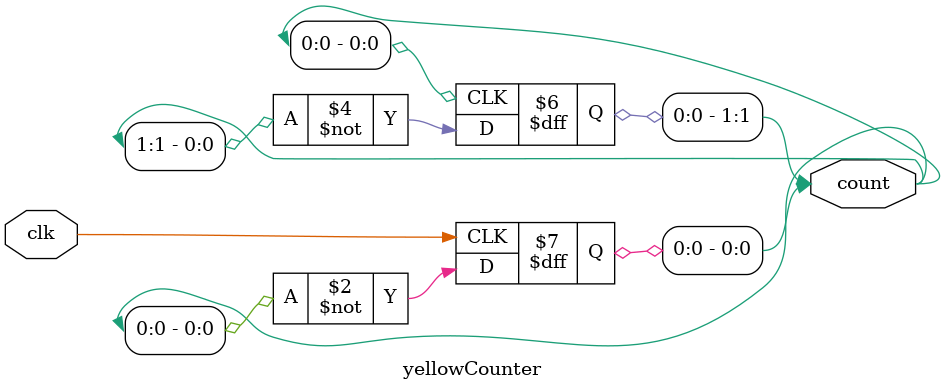
<source format=v>
`timescale 1ns / 1ps

/*
    Group Members: Kevin Ingram and Warren Seto

    Lab Name: Traffic Light Controller (Lab 3)
    Project Name: eng312_proj3
    Design Name: Traffic_eng312_proj3.v
    Design Description: Verilog Module that uses the following modules to operate: nsCounter, ewCounter, yellowCounter
*/

module Traffic
(
  input [4:0] nsCounter,
  input [3:0] ewCounter,
  input [1:0] yellowCounter,
  input NS_VEHICLE_DETECT,
  input EW_VEHICLE_DETECT,
  output reg NS_RED,
  output reg NS_YELLOW,
  output reg NS_GREEN,
  output reg EW_RED,
  output reg EW_YELLOW,
  output reg EW_GREEN
);

  // Sets the start state at: 001100
  initial begin
    NS_RED <= 0;
    NS_YELLOW <= 0;
    NS_GREEN <= 1;
    EW_RED <= 1;
    EW_YELLOW <= 0;
    EW_GREEN <= 0;
  end

  always @ (nsCounter) begin
  	// Sets the start state at: 010100
    if (nsCounter == 31 & EW_VEHICLE_DETECT & NS_GREEN) begin
       NS_RED <= 0;
       NS_YELLOW <= 1;
       NS_GREEN <= 0;
       EW_RED <= 1;
       EW_YELLOW <= 0;
       EW_GREEN <= 0;
    end
  end

  // Sets the start state at: 100010
  always @ (ewCounter) begin
    if (ewCounter == 15 & EW_GREEN) begin
       NS_RED <= 1;
       NS_YELLOW <= 0;
       NS_GREEN <= 0;
       EW_RED <= 0;
       EW_YELLOW <= 1;
       EW_GREEN <= 0;
    end
  end

  // Sets the start state at: 001100
  always @ (yellowCounter) begin
    if (yellowCounter == 3 & NS_YELLOW) begin
       NS_RED <= 1;
       NS_YELLOW <= 0;
       NS_GREEN <= 0;
       EW_RED <= 0;
       EW_YELLOW <= 0;
       EW_GREEN <= 1;
    end

    // Sets the start state at: 100001
    if (yellowCounter == 3 & EW_YELLOW) begin
       NS_RED <= 0;
       NS_YELLOW <= 0;
       NS_GREEN <= 1;
       EW_RED <= 1;
       EW_YELLOW <= 0;
       EW_GREEN <= 0;
    end
  end
endmodule


/*
    A Counter for the North-South Traffic Light
    Counts from 0-31
*/
module nsCounter
(
    input clk,
    output [4:0] count
);

  wire clk;
  reg[4:0] count;

  initial
    	count = 0;

  always @ ( negedge clk )
    		count[0] <= ~count[0];

  always @ ( negedge count[0] )
    		count[1] <= ~count[1];

  always @ ( negedge count[1] )
    		count[2] <= ~count[2];

  always @ ( negedge count[2] )
    		count[3] <= ~count[3];

  always @ ( negedge count[3] )
    		count[4] <= ~count[4];

endmodule


/*
    A Counter for the East-West Traffic Light
    Counts from 0-15
*/
module ewCounter
(
    input clk,
    output [3:0] count
);

  wire clk;
  reg[3:0] count;

  initial
    	count = 0;

  always @ ( negedge clk )
    		count[0] <= ~count[0];

  always @ ( negedge count[0] )
    		count[1] <= ~count[1];

  always @ ( negedge count[1] )
    		count[2] <= ~count[2];

  always @ ( negedge count[2] )
    		count[3] <= ~count[3];

endmodule


/*
    A Counter for the common yellow Traffic Light
    Counts from 0-3
*/
module yellowCounter
(
  input clk,
 	output [1:0] count
);

  wire clk;
  reg[1:0] count;

  initial
    	count = 0;

  always @ ( negedge clk )
    		count[0] <= ~count[0];

  always @ ( negedge count[0] )
    		count[1] <= ~count[1];

endmodule

</source>
